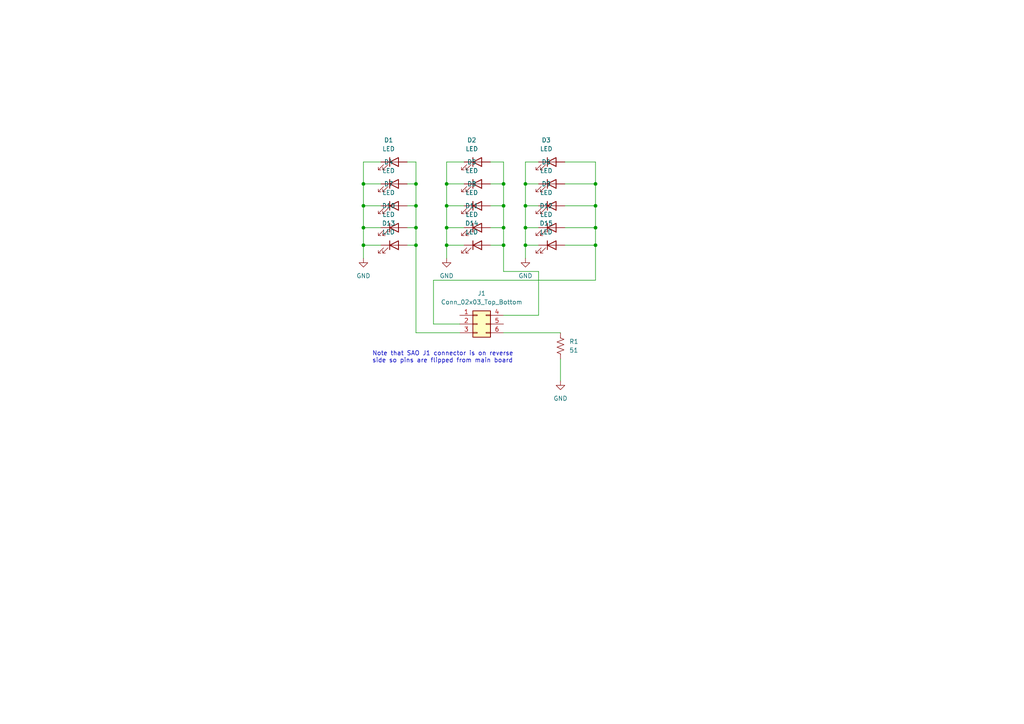
<source format=kicad_sch>
(kicad_sch (version 20230121) (generator eeschema)
  (paper "A4")
  (lib_symbols
    (symbol "DC32_Cassette_SAO:Conn_02x03_Top_Bottom" (pin_names (offset 1.016) hide)
      (property "Reference" "J" (at 1.27 5.08 0))
      (property "Value" "Conn_02x03_Top_Bottom" (at 1.27 -5.08 0))
      (symbol "Conn_02x03_Top_Bottom_1_1"
        (rectangle (start -1.27 -2.413) (end 0 -2.667) (stroke (width 0.1524)))
        (rectangle (start -1.27 0.127) (end 0 -0.127) (stroke (width 0.1524)))
        (rectangle (start -1.27 2.667) (end 0 2.413) (stroke (width 0.1524)))
        (rectangle (start -1.27 3.81) (end 3.81 -3.81) (stroke (width 0.254)) (fill (type background)))
        (rectangle (start 3.81 -2.413) (end 2.54 -2.667) (stroke (width 0.1524)))
        (rectangle (start 3.81 0.127) (end 2.54 -0.127) (stroke (width 0.1524)))
        (rectangle (start 3.81 2.667) (end 2.54 2.413) (stroke (width 0.1524)))
        (pin passive line (at -5.08 2.54 0) (length 3.81) (name "Pin_1") (number "1"))
        (pin passive line (at -5.08 0 0) (length 3.81) (name "Pin_2") (number "2"))
        (pin passive line (at -5.08 -2.54 0) (length 3.81) (name "Pin_3") (number "3"))
        (pin passive line (at 7.62 2.54 180) (length 3.81) (name "Pin_4") (number "4"))
        (pin passive line (at 7.62 0 180) (length 3.81) (name "Pin_5") (number "5"))
        (pin passive line (at 7.62 -2.54 180) (length 3.81) (name "Pin_6") (number "6"))
      )
    )
    (symbol "Device:LED" (pin_numbers hide) (pin_names (offset 1.016) hide)
      (property "Reference" "D" (at 0 2.54 0))
      (property "Value" "LED" (at 0 -2.54 0))
      (symbol "LED_0_1"
        (polyline (pts (xy -1.27 -1.27) (xy -1.27 1.27)) (stroke (width 0.254)))
        (polyline (pts (xy -1.27 0) (xy 1.27 0)))
        (polyline (pts (xy 1.27 -1.27) (xy 1.27 1.27) (xy -1.27 0) (xy 1.27 -1.27)) (stroke (width 0.254)))
        (polyline (pts (xy -3.048 -0.762) (xy -4.572 -2.286) (xy -3.81 -2.286) (xy -4.572 -2.286) (xy -4.572 -1.524)))
        (polyline (pts (xy -1.778 -0.762) (xy -3.302 -2.286) (xy -2.54 -2.286) (xy -3.302 -2.286) (xy -3.302 -1.524)))
      )
      (symbol "LED_1_1"
        (pin passive line (at -3.81 0 0) (length 2.54) (name "K") (number "1"))
        (pin passive line (at 3.81 0 180) (length 2.54) (name "A") (number "2"))
      )
    )
    (symbol "Device:R_US" (pin_numbers hide) (pin_names (offset 0))
      (property "Reference" "R" (at 2.54 0 90))
      (property "Value" "R_US" (at -2.54 0 90))
      (symbol "R_US_0_1"
        (polyline (pts (xy 0 -2.286) (xy 0 -2.54)))
        (polyline (pts (xy 0 2.286) (xy 0 2.54)))
        (polyline (pts (xy 0 -0.762) (xy 1.016 -1.143) (xy 0 -1.524) (xy -1.016 -1.905) (xy 0 -2.286)))
        (polyline (pts (xy 0 0.762) (xy 1.016 0.381) (xy 0 0) (xy -1.016 -0.381) (xy 0 -0.762)))
        (polyline (pts (xy 0 2.286) (xy 1.016 1.905) (xy 0 1.524) (xy -1.016 1.143) (xy 0 0.762)))
      )
      (symbol "R_US_1_1"
        (pin passive line (at 0 3.81 270) (length 1.27) (name "~") (number "1"))
        (pin passive line (at 0 -3.81 90) (length 1.27) (name "~") (number "2"))
      )
    )
    (symbol "power:GND" (power) (pin_names (offset 0))
      (property "Value" "GND" (at 0 -3.81 0))
      (symbol "GND_0_1"
        (polyline (pts (xy 0 0) (xy 0 -1.27) (xy 1.27 -1.27) (xy 0 -2.54) (xy -1.27 -1.27) (xy 0 -1.27)))
      )
      (symbol "GND_1_1"
        (pin power_in line (at 0 0 270) (length 0) hide (name "GND") (number "1"))
      )
    )
  )
  (junction (at 129.54 53.34))
  (junction (at 146.05 71.12))
  (junction (at 120.65 59.69))
  (junction (at 172.72 53.34))
  (junction (at 120.65 66.04))
  (junction (at 152.4 66.04))
  (junction (at 105.41 71.12))
  (junction (at 120.65 71.12))
  (junction (at 129.54 66.04))
  (junction (at 129.54 59.69))
  (junction (at 146.05 66.04))
  (junction (at 105.41 53.34))
  (junction (at 152.4 59.69))
  (junction (at 172.72 59.69))
  (junction (at 146.05 59.69))
  (junction (at 146.05 53.34))
  (junction (at 120.65 53.34))
  (junction (at 172.72 71.12))
  (junction (at 172.72 66.04))
  (junction (at 152.4 53.34))
  (junction (at 152.4 71.12))
  (junction (at 105.41 59.69))
  (junction (at 129.54 71.12))
  (junction (at 105.41 66.04))
  (wire (pts (xy 129.54 59.69) (xy 129.54 66.04)))
  (wire (pts (xy 118.11 59.69) (xy 120.65 59.69)))
  (wire (pts (xy 129.54 53.34) (xy 134.62 53.34)))
  (wire (pts (xy 146.05 46.99) (xy 146.05 53.34)))
  (wire (pts (xy 146.05 91.44) (xy 156.21 91.44)))
  (wire (pts (xy 172.72 81.28) (xy 172.72 71.12)))
  (wire (pts (xy 152.4 59.69) (xy 152.4 66.04)))
  (wire (pts (xy 172.72 53.34) (xy 172.72 46.99)))
  (wire (pts (xy 152.4 66.04) (xy 156.21 66.04)))
  (wire (pts (xy 125.73 93.98) (xy 125.73 81.28)))
  (wire (pts (xy 105.41 53.34) (xy 110.49 53.34)))
  (wire (pts (xy 129.54 53.34) (xy 129.54 59.69)))
  (wire (pts (xy 163.83 71.12) (xy 172.72 71.12)))
  (wire (pts (xy 172.72 46.99) (xy 163.83 46.99)))
  (wire (pts (xy 146.05 66.04) (xy 146.05 59.69)))
  (wire (pts (xy 105.41 59.69) (xy 110.49 59.69)))
  (wire (pts (xy 146.05 71.12) (xy 146.05 66.04)))
  (wire (pts (xy 129.54 66.04) (xy 134.62 66.04)))
  (wire (pts (xy 105.41 71.12) (xy 110.49 71.12)))
  (wire (pts (xy 146.05 53.34) (xy 146.05 59.69)))
  (wire (pts (xy 134.62 59.69) (xy 129.54 59.69)))
  (wire (pts (xy 156.21 91.44) (xy 156.21 78.74)))
  (wire (pts (xy 120.65 59.69) (xy 120.65 53.34)))
  (wire (pts (xy 129.54 66.04) (xy 129.54 71.12)))
  (wire (pts (xy 129.54 46.99) (xy 129.54 53.34)))
  (wire (pts (xy 129.54 71.12) (xy 134.62 71.12)))
  (wire (pts (xy 152.4 71.12) (xy 156.21 71.12)))
  (wire (pts (xy 133.35 96.52) (xy 120.65 96.52)))
  (wire (pts (xy 152.4 59.69) (xy 156.21 59.69)))
  (wire (pts (xy 162.56 104.14) (xy 162.56 110.49)))
  (wire (pts (xy 120.65 53.34) (xy 120.65 46.99)))
  (wire (pts (xy 156.21 46.99) (xy 152.4 46.99)))
  (wire (pts (xy 172.72 66.04) (xy 172.72 59.69)))
  (wire (pts (xy 146.05 78.74) (xy 146.05 71.12)))
  (wire (pts (xy 152.4 46.99) (xy 152.4 53.34)))
  (wire (pts (xy 120.65 66.04) (xy 120.65 59.69)))
  (wire (pts (xy 142.24 53.34) (xy 146.05 53.34)))
  (wire (pts (xy 120.65 96.52) (xy 120.65 71.12)))
  (wire (pts (xy 163.83 53.34) (xy 172.72 53.34)))
  (wire (pts (xy 118.11 53.34) (xy 120.65 53.34)))
  (wire (pts (xy 142.24 59.69) (xy 146.05 59.69)))
  (wire (pts (xy 172.72 71.12) (xy 172.72 66.04)))
  (wire (pts (xy 163.83 66.04) (xy 172.72 66.04)))
  (wire (pts (xy 152.4 66.04) (xy 152.4 71.12)))
  (wire (pts (xy 129.54 71.12) (xy 129.54 74.93)))
  (wire (pts (xy 134.62 46.99) (xy 129.54 46.99)))
  (wire (pts (xy 163.83 59.69) (xy 172.72 59.69)))
  (wire (pts (xy 105.41 66.04) (xy 110.49 66.04)))
  (wire (pts (xy 133.35 93.98) (xy 125.73 93.98)))
  (wire (pts (xy 118.11 66.04) (xy 120.65 66.04)))
  (wire (pts (xy 156.21 78.74) (xy 146.05 78.74)))
  (wire (pts (xy 125.73 81.28) (xy 172.72 81.28)))
  (wire (pts (xy 172.72 59.69) (xy 172.72 53.34)))
  (wire (pts (xy 142.24 66.04) (xy 146.05 66.04)))
  (wire (pts (xy 105.41 53.34) (xy 105.41 59.69)))
  (wire (pts (xy 146.05 96.52) (xy 162.56 96.52)))
  (wire (pts (xy 105.41 59.69) (xy 105.41 66.04)))
  (wire (pts (xy 146.05 46.99) (xy 142.24 46.99)))
  (wire (pts (xy 105.41 46.99) (xy 105.41 53.34)))
  (wire (pts (xy 152.4 53.34) (xy 156.21 53.34)))
  (wire (pts (xy 118.11 71.12) (xy 120.65 71.12)))
  (wire (pts (xy 120.65 46.99) (xy 118.11 46.99)))
  (wire (pts (xy 152.4 71.12) (xy 152.4 74.93)))
  (wire (pts (xy 110.49 46.99) (xy 105.41 46.99)))
  (wire (pts (xy 152.4 53.34) (xy 152.4 59.69)))
  (wire (pts (xy 105.41 66.04) (xy 105.41 71.12)))
  (wire (pts (xy 142.24 71.12) (xy 146.05 71.12)))
  (wire (pts (xy 105.41 71.12) (xy 105.41 74.93)))
  (wire (pts (xy 120.65 71.12) (xy 120.65 66.04)))
  (text "Note that SAO J1 connector is on reverse\nside so pins are flipped from main board" (at 107.95 105.41 0) (effects (font (size 1.27 1.27)) (justify left bottom)))
  (symbol (lib_id "Device:LED") (at 160.02 59.69 0) (unit 1)
    (property "Reference" "D9" (at 158.4325 53.34 0))
    (property "Value" "LED" (at 158.4325 55.88 0))
    (property "Footprint" "LED_THT:LED_D3.0mm" (effects hide))
  )
  (symbol (lib_id "DC32_Cassette_SAO:Conn_02x03_Top_Bottom") (at 138.43 93.98 0) (unit 1)
    (property "Reference" "J1" (at 139.7 85.09 0))
    (property "Value" "Conn_02x03_Top_Bottom" (at 139.7 87.63 0))
    (property "Footprint" "DC32_Cassette_SAO:PinSocket_2x03_P2.54mm_Vertical_Tab" (effects hide))
  )
  (symbol (lib_id "Device:LED") (at 114.3 66.04 0) (unit 1)
    (property "Reference" "D10" (at 112.7125 59.69 0))
    (property "Value" "LED" (at 112.7125 62.23 0))
    (property "Footprint" "LED_THT:LED_D3.0mm" (effects hide))
  )
  (symbol (lib_id "power:GND") (at 162.56 110.49 0) (unit 1)
    (property "Reference" "#PWR01" (effects hide))
    (property "Value" "GND" (at 162.56 115.57 0))
  )
  (symbol (lib_id "Device:LED") (at 138.43 66.04 0) (unit 1)
    (property "Reference" "D11" (at 136.8425 59.69 0))
    (property "Value" "LED" (at 136.8425 62.23 0))
    (property "Footprint" "LED_THT:LED_D3.0mm" (effects hide))
  )
  (symbol (lib_id "Device:LED") (at 160.02 46.99 0) (unit 1)
    (property "Reference" "D3" (at 158.4325 40.64 0))
    (property "Value" "LED" (at 158.4325 43.18 0))
    (property "Footprint" "LED_THT:LED_D3.0mm" (effects hide))
  )
  (symbol (lib_id "Device:LED") (at 114.3 53.34 0) (unit 1)
    (property "Reference" "D4" (at 112.7125 46.99 0))
    (property "Value" "LED" (at 112.7125 49.53 0))
    (property "Footprint" "LED_THT:LED_D3.0mm" (effects hide))
  )
  (symbol (lib_id "Device:LED") (at 114.3 71.12 0) (unit 1)
    (property "Reference" "D13" (at 112.7125 64.77 0))
    (property "Value" "LED" (at 112.7125 67.31 0))
    (property "Footprint" "LED_THT:LED_D3.0mm" (effects hide))
  )
  (symbol (lib_id "Device:LED") (at 160.02 71.12 0) (unit 1)
    (property "Reference" "D15" (at 158.4325 64.77 0))
    (property "Value" "LED" (at 158.4325 67.31 0))
    (property "Footprint" "LED_THT:LED_D3.0mm" (effects hide))
  )
  (symbol (lib_id "power:GND") (at 105.41 74.93 0) (unit 1)
    (property "Reference" "#PWR04" (effects hide))
    (property "Value" "GND" (at 105.41 80.01 0))
  )
  (symbol (lib_id "Device:LED") (at 114.3 59.69 0) (unit 1)
    (property "Reference" "D7" (at 112.7125 53.34 0))
    (property "Value" "LED" (at 112.7125 55.88 0))
    (property "Footprint" "LED_THT:LED_D3.0mm" (effects hide))
  )
  (symbol (lib_id "Device:LED") (at 160.02 53.34 0) (unit 1)
    (property "Reference" "D6" (at 158.4325 46.99 0))
    (property "Value" "LED" (at 158.4325 49.53 0))
    (property "Footprint" "LED_THT:LED_D3.0mm" (effects hide))
  )
  (symbol (lib_id "Device:LED") (at 138.43 46.99 0) (unit 1)
    (property "Reference" "D2" (at 136.8425 40.64 0))
    (property "Value" "LED" (at 136.8425 43.18 0))
    (property "Footprint" "LED_THT:LED_D3.0mm" (effects hide))
  )
  (symbol (lib_id "Device:R_US") (at 162.56 100.33 0) (unit 1)
    (property "Reference" "R1" (at 165.1 99.06 0) (effects (justify left)))
    (property "Value" "51" (at 165.1 101.6 0) (effects (justify left)))
    (property "Footprint" "Resistor_THT:R_Axial_DIN0207_L6.3mm_D2.5mm_P7.62mm_Horizontal" (effects hide))
  )
  (symbol (lib_id "Device:LED") (at 138.43 71.12 0) (unit 1)
    (property "Reference" "D14" (at 136.8425 64.77 0))
    (property "Value" "LED" (at 136.8425 67.31 0))
    (property "Footprint" "LED_THT:LED_D3.0mm" (effects hide))
  )
  (symbol (lib_id "Device:LED") (at 160.02 66.04 0) (unit 1)
    (property "Reference" "D12" (at 158.4325 59.69 0))
    (property "Value" "LED" (at 158.4325 62.23 0))
    (property "Footprint" "LED_THT:LED_D3.0mm" (effects hide))
  )
  (symbol (lib_id "Device:LED") (at 138.43 59.69 0) (unit 1)
    (property "Reference" "D8" (at 136.8425 53.34 0))
    (property "Value" "LED" (at 136.8425 55.88 0))
    (property "Footprint" "LED_THT:LED_D3.0mm" (effects hide))
  )
  (symbol (lib_id "Device:LED") (at 114.3 46.99 0) (unit 1)
    (property "Reference" "D1" (at 112.7125 40.64 0))
    (property "Value" "LED" (at 112.7125 43.18 0))
    (property "Footprint" "LED_THT:LED_D3.0mm" (effects hide))
  )
  (symbol (lib_id "power:GND") (at 129.54 74.93 0) (unit 1)
    (property "Reference" "#PWR03" (effects hide))
    (property "Value" "GND" (at 129.54 80.01 0))
  )
  (symbol (lib_id "power:GND") (at 152.4 74.93 0) (unit 1)
    (property "Reference" "#PWR02" (effects hide))
    (property "Value" "GND" (at 152.4 80.01 0))
  )
  (symbol (lib_id "Device:LED") (at 138.43 53.34 0) (unit 1)
    (property "Reference" "D5" (at 136.8425 46.99 0))
    (property "Value" "LED" (at 136.8425 49.53 0))
    (property "Footprint" "LED_THT:LED_D3.0mm" (effects hide))
  )
)
</source>
